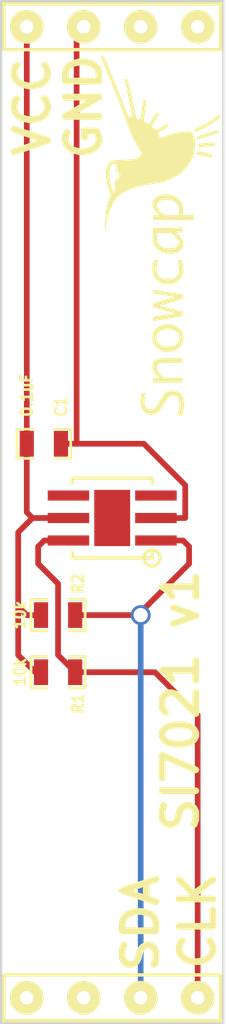
<source format=kicad_pcb>
(kicad_pcb (version 20171130) (host pcbnew "(5.1.12)-1")

  (general
    (thickness 1.6)
    (drawings 10)
    (tracks 35)
    (zones 0)
    (modules 6)
    (nets 5)
  )

  (page A3)
  (layers
    (0 F.Cu signal)
    (31 B.Cu signal)
    (32 B.Adhes user)
    (33 F.Adhes user hide)
    (34 B.Paste user)
    (35 F.Paste user)
    (36 B.SilkS user)
    (37 F.SilkS user)
    (38 B.Mask user)
    (39 F.Mask user)
    (40 Dwgs.User user)
    (41 Cmts.User user)
    (42 Eco1.User user)
    (43 Eco2.User user)
    (44 Edge.Cuts user)
  )

  (setup
    (last_trace_width 0.254)
    (user_trace_width 0.2032)
    (trace_clearance 0.254)
    (zone_clearance 0.254)
    (zone_45_only no)
    (trace_min 0.2032)
    (via_size 0.889)
    (via_drill 0.635)
    (via_min_size 0.889)
    (via_min_drill 0.508)
    (uvia_size 0.508)
    (uvia_drill 0.127)
    (uvias_allowed no)
    (uvia_min_size 0.508)
    (uvia_min_drill 0.127)
    (edge_width 0.1)
    (segment_width 0.2)
    (pcb_text_width 0.3)
    (pcb_text_size 1.5 1.5)
    (mod_edge_width 0.15)
    (mod_text_size 1 1)
    (mod_text_width 0.15)
    (pad_size 1.6 2.5)
    (pad_drill 0)
    (pad_to_mask_clearance 0)
    (aux_axis_origin 0 0)
    (visible_elements 7FFFFFFF)
    (pcbplotparams
      (layerselection 0x00030_ffffffff)
      (usegerberextensions true)
      (usegerberattributes true)
      (usegerberadvancedattributes true)
      (creategerberjobfile true)
      (excludeedgelayer true)
      (linewidth 0.150000)
      (plotframeref false)
      (viasonmask false)
      (mode 1)
      (useauxorigin false)
      (hpglpennumber 1)
      (hpglpenspeed 20)
      (hpglpendiameter 15.000000)
      (psnegative false)
      (psa4output false)
      (plotreference true)
      (plotvalue true)
      (plotinvisibletext false)
      (padsonsilk false)
      (subtractmaskfromsilk false)
      (outputformat 1)
      (mirror false)
      (drillshape 0)
      (scaleselection 1)
      (outputdirectory "gerbers/"))
  )

  (net 0 "")
  (net 1 GND)
  (net 2 N-000007)
  (net 3 N-000008)
  (net 4 VCC)

  (net_class Default "This is the default net class."
    (clearance 0.254)
    (trace_width 0.254)
    (via_dia 0.889)
    (via_drill 0.635)
    (uvia_dia 0.508)
    (uvia_drill 0.127)
    (add_net GND)
    (add_net N-000007)
    (add_net N-000008)
    (add_net VCC)
  )

  (module SM0603_Resistor (layer F.Cu) (tedit 562CD349) (tstamp 56238F22)
    (at 134.239 90.932)
    (path /56238BCC)
    (attr smd)
    (fp_text reference R1 (at 0.889 1.397 90) (layer F.SilkS)
      (effects (font (size 0.50038 0.4572) (thickness 0.1143)))
    )
    (fp_text value 10k (at -1.69926 0 90) (layer F.SilkS)
      (effects (font (size 0.508 0.4572) (thickness 0.1143)))
    )
    (fp_line (start 1.2065 0.6985) (end 0.50038 0.6985) (layer F.SilkS) (width 0.127))
    (fp_line (start 1.2065 -0.6985) (end 1.2065 0.6985) (layer F.SilkS) (width 0.127))
    (fp_line (start 1.2065 -0.6985) (end 0.50038 -0.6985) (layer F.SilkS) (width 0.127))
    (fp_line (start -1.2065 0.6985) (end -0.50038 0.6985) (layer F.SilkS) (width 0.127))
    (fp_line (start -1.2065 -0.6985) (end -1.2065 0.6985) (layer F.SilkS) (width 0.127))
    (fp_line (start -0.50038 -0.6985) (end -1.2065 -0.6985) (layer F.SilkS) (width 0.127))
    (pad 1 smd rect (at -0.762 0) (size 0.635 1.143) (layers F.Cu F.Paste F.Mask)
      (net 4 VCC))
    (pad 2 smd rect (at 0.762 0) (size 0.635 1.143) (layers F.Cu F.Paste F.Mask)
      (net 2 N-000007))
    (model smd\resistors\R0603.wrl
      (offset (xyz 0 0 0.02539999961853028))
      (scale (xyz 0.5 0.5 0.5))
      (rotate (xyz 0 0 0))
    )
  )

  (module SHIELD_I2C (layer F.Cu) (tedit 563F89E9) (tstamp 56238F5E)
    (at 136.652 83.82)
    (path /5623890D)
    (fp_text reference U1 (at 0.127 -26.035) (layer F.SilkS) hide
      (effects (font (size 1 1) (thickness 0.15)))
    )
    (fp_text value SHIELD_I2C (at 0.127 24.511) (layer F.SilkS) hide
      (effects (font (size 1 1) (thickness 0.15)))
    )
    (fp_line (start -4.826 -20.574) (end -4.826 -22.606) (layer F.SilkS) (width 0.15))
    (fp_line (start 4.826 -20.574) (end -4.826 -20.574) (layer F.SilkS) (width 0.15))
    (fp_line (start 4.826 -22.606) (end 4.826 -20.574) (layer F.SilkS) (width 0.15))
    (fp_line (start -4.826 -22.606) (end 4.826 -22.606) (layer F.SilkS) (width 0.15))
    (fp_line (start -4.826 22.606) (end -4.826 20.574) (layer F.SilkS) (width 0.15))
    (fp_line (start 4.826 22.606) (end -4.826 22.606) (layer F.SilkS) (width 0.15))
    (fp_line (start 4.826 20.574) (end 4.826 22.606) (layer F.SilkS) (width 0.15))
    (fp_line (start -4.826 20.574) (end 4.826 20.574) (layer F.SilkS) (width 0.15))
    (pad 1 thru_hole circle (at -3.81 -21.59) (size 1.5 1.5) (drill 0.6) (layers *.Cu *.Mask F.SilkS)
      (net 4 VCC))
    (pad 2 thru_hole circle (at -1.27 -21.59) (size 1.5 1.5) (drill 0.6) (layers *.Cu *.Mask F.SilkS)
      (net 1 GND))
    (pad 3 thru_hole circle (at 1.27 -21.59) (size 1.5 1.5) (drill 0.6) (layers *.Cu *.Mask F.SilkS))
    (pad 4 thru_hole circle (at 3.81 -21.59) (size 1.5 1.5) (drill 0.6) (layers *.Cu *.Mask F.SilkS))
    (pad 5 thru_hole circle (at -3.81 21.59) (size 1.5 1.5) (drill 0.6) (layers *.Cu *.Mask F.SilkS))
    (pad 6 thru_hole circle (at -1.27 21.59) (size 1.5 1.5) (drill 0.6) (layers *.Cu *.Mask F.SilkS))
    (pad 7 thru_hole circle (at 1.27 21.59) (size 1.5 1.5) (drill 0.6) (layers *.Cu *.Mask F.SilkS)
      (net 3 N-000008))
    (pad 8 thru_hole circle (at 3.81 21.59) (size 1.5 1.5) (drill 0.6) (layers *.Cu *.Mask F.SilkS)
      (net 2 N-000007))
  )

  (module SI7021 (layer F.Cu) (tedit 563F89EB) (tstamp 56238F4A)
    (at 136.652 84.074 180)
    (path /56238BBD)
    (clearance 0.1)
    (fp_text reference U2 (at -0.127 -25.908 180) (layer F.SilkS) hide
      (effects (font (size 1 1) (thickness 0.15)))
    )
    (fp_text value SI7021 (at -0.381 24.003 180) (layer F.SilkS) hide
      (effects (font (size 1 1) (thickness 0.15)))
    )
    (fp_line (start 1.778 -1.778) (end 1.778 -1.524) (layer F.SilkS) (width 0.15))
    (fp_line (start -1.778 -1.778) (end 1.778 -1.778) (layer F.SilkS) (width 0.15))
    (fp_line (start -1.778 -1.524) (end -1.778 -1.778) (layer F.SilkS) (width 0.15))
    (fp_line (start 1.778 1.778) (end 1.778 1.524) (layer F.SilkS) (width 0.15))
    (fp_line (start -1.778 1.778) (end 1.778 1.778) (layer F.SilkS) (width 0.15))
    (fp_line (start -1.778 1.524) (end -1.778 1.778) (layer F.SilkS) (width 0.15))
    (fp_circle (center -1.778 -1.778) (end -2.032 -2.032) (layer F.SilkS) (width 0.15))
    (pad 1 smd rect (at -1.95 -1 180) (size 1.85 0.45) (layers F.Cu F.Paste F.Mask)
      (net 3 N-000008))
    (pad 2 smd rect (at -1.95 0 180) (size 1.85 0.45) (layers F.Cu F.Paste F.Mask)
      (net 1 GND))
    (pad 3 smd rect (at -1.95 1 180) (size 1.85 0.45) (layers F.Cu F.Paste F.Mask))
    (pad 4 smd rect (at 1.95 1 180) (size 1.85 0.45) (layers F.Cu F.Paste F.Mask))
    (pad 5 smd rect (at 1.95 0 180) (size 1.85 0.45) (layers F.Cu F.Paste F.Mask)
      (net 4 VCC))
    (pad 6 smd rect (at 1.95 -1 180) (size 1.85 0.45) (layers F.Cu F.Paste F.Mask)
      (net 2 N-000007))
    (pad 7 smd rect (at 0 0 180) (size 1.6 2.5) (layers F.Cu F.Paste F.Mask))
  )

  (module SM0603_Resistor (layer F.Cu) (tedit 562CD346) (tstamp 562CD306)
    (at 134.239 88.392)
    (path /56238BDB)
    (attr smd)
    (fp_text reference R2 (at 0.889 -1.397 90) (layer F.SilkS)
      (effects (font (size 0.50038 0.4572) (thickness 0.1143)))
    )
    (fp_text value 10k (at -1.69926 0 90) (layer F.SilkS)
      (effects (font (size 0.508 0.4572) (thickness 0.1143)))
    )
    (fp_line (start 1.2065 0.6985) (end 0.50038 0.6985) (layer F.SilkS) (width 0.127))
    (fp_line (start 1.2065 -0.6985) (end 1.2065 0.6985) (layer F.SilkS) (width 0.127))
    (fp_line (start 1.2065 -0.6985) (end 0.50038 -0.6985) (layer F.SilkS) (width 0.127))
    (fp_line (start -1.2065 0.6985) (end -0.50038 0.6985) (layer F.SilkS) (width 0.127))
    (fp_line (start -1.2065 -0.6985) (end -1.2065 0.6985) (layer F.SilkS) (width 0.127))
    (fp_line (start -0.50038 -0.6985) (end -1.2065 -0.6985) (layer F.SilkS) (width 0.127))
    (pad 1 smd rect (at -0.762 0) (size 0.635 1.143) (layers F.Cu F.Paste F.Mask)
      (net 4 VCC))
    (pad 2 smd rect (at 0.762 0) (size 0.635 1.143) (layers F.Cu F.Paste F.Mask)
      (net 3 N-000008))
    (model smd\resistors\R0603.wrl
      (offset (xyz 0 0 0.02539999961853028))
      (scale (xyz 0.5 0.5 0.5))
      (rotate (xyz 0 0 0))
    )
  )

  (module SM0603_Capa (layer F.Cu) (tedit 562CD4CC) (tstamp 562CD312)
    (at 133.604 80.772)
    (path /56238BF4)
    (attr smd)
    (fp_text reference C1 (at 0.762 -1.651 90) (layer F.SilkS)
      (effects (font (size 0.508 0.4572) (thickness 0.1143)))
    )
    (fp_text value 0.1uF (at -0.762 -2.159 90) (layer F.SilkS)
      (effects (font (size 0.508 0.4572) (thickness 0.1143)))
    )
    (fp_line (start -1.19888 0.635) (end -1.19888 -0.635) (layer F.SilkS) (width 0.11938))
    (fp_line (start 1.19888 -0.635) (end 1.19888 0.635) (layer F.SilkS) (width 0.11938))
    (fp_line (start -1.19888 -0.65024) (end -0.50038 -0.65024) (layer F.SilkS) (width 0.11938))
    (fp_line (start 0.50038 -0.65024) (end 1.19888 -0.65024) (layer F.SilkS) (width 0.11938))
    (fp_line (start -0.50038 0.65024) (end -1.19888 0.65024) (layer F.SilkS) (width 0.11938))
    (fp_line (start 0.50038 0.65024) (end 1.19888 0.65024) (layer F.SilkS) (width 0.11938))
    (pad 1 smd rect (at -0.762 0) (size 0.635 1.143) (layers F.Cu F.Paste F.Mask)
      (net 4 VCC))
    (pad 2 smd rect (at 0.762 0) (size 0.635 1.143) (layers F.Cu F.Paste F.Mask)
      (net 1 GND))
    (model smd\capacitors\C0603.wrl
      (offset (xyz 0 0 0.02539999961853028))
      (scale (xyz 0.5 0.5 0.5))
      (rotate (xyz 0 0 0))
    )
  )

  (module LOGO_SNOWCAP_FRONT (layer F.Cu) (tedit 5493CD74) (tstamp 562CD41C)
    (at 138.811 71.501 90)
    (fp_text reference Noname_1 (at 0 0 90) (layer F.SilkS) hide
      (effects (font (size 1.524 1.524) (thickness 0.3048)))
    )
    (fp_text value "" (at 0 0 90) (layer F.SilkS) hide
      (effects (font (size 1.524 1.524) (thickness 0.3048)))
    )
    (fp_poly (pts (xy -2.41808 -0.3302) (xy -2.41808 -0.32258) (xy -2.42316 -0.29972) (xy -2.42824 -0.26162)
      (xy -2.43586 -0.21336) (xy -2.44602 -0.1524) (xy -2.45618 -0.08382) (xy -2.46888 -0.00508)
      (xy -2.48412 0.08128) (xy -2.49936 0.17526) (xy -2.5146 0.27432) (xy -2.52222 0.3302)
      (xy -2.6289 0.98552) (xy -2.73304 0.98298) (xy -2.83464 0.98044) (xy -2.96164 0.55626)
      (xy -2.98704 0.47244) (xy -3.0099 0.3937) (xy -3.03276 0.3175) (xy -3.05308 0.24384)
      (xy -3.07086 0.18034) (xy -3.0861 0.127) (xy -3.09626 0.08128) (xy -3.10642 0.0508)
      (xy -3.10642 0.04318) (xy -3.11404 0.00762) (xy -3.12166 -0.02286) (xy -3.12674 -0.04064)
      (xy -3.12928 -0.04826) (xy -3.13436 -0.04064) (xy -3.13944 -0.02032) (xy -3.14452 0.00762)
      (xy -3.15214 0.04318) (xy -3.15722 0.06604) (xy -3.16738 0.10668) (xy -3.17754 0.15748)
      (xy -3.19278 0.2159) (xy -3.21056 0.28702) (xy -3.22834 0.36068) (xy -3.24866 0.44196)
      (xy -3.27152 0.52324) (xy -3.27914 0.5588) (xy -3.38836 0.98552) (xy -3.49504 0.98552)
      (xy -3.53822 0.98552) (xy -3.5687 0.98298) (xy -3.58648 0.98298) (xy -3.59918 0.98044)
      (xy -3.60426 0.97536) (xy -3.6068 0.96774) (xy -3.6068 0.95504) (xy -3.61188 0.92964)
      (xy -3.6195 0.89154) (xy -3.62712 0.84074) (xy -3.63728 0.77978) (xy -3.64744 0.70866)
      (xy -3.66268 0.62992) (xy -3.67538 0.54356) (xy -3.69062 0.45212) (xy -3.70586 0.35306)
      (xy -3.71094 0.32766) (xy -3.72618 0.23114) (xy -3.74142 0.13716) (xy -3.75666 0.04826)
      (xy -3.76936 -0.03302) (xy -3.78206 -0.10668) (xy -3.79222 -0.17272) (xy -3.79984 -0.22606)
      (xy -3.80746 -0.26924) (xy -3.81254 -0.29718) (xy -3.81508 -0.31242) (xy -3.81508 -0.31496)
      (xy -3.82016 -0.33528) (xy -3.71856 -0.33528) (xy -3.67284 -0.33528) (xy -3.64236 -0.33528)
      (xy -3.62204 -0.3302) (xy -3.61442 -0.32766) (xy -3.61442 -0.32512) (xy -3.61188 -0.3175)
      (xy -3.60934 -0.2921) (xy -3.60172 -0.25654) (xy -3.5941 -0.20828) (xy -3.58648 -0.14986)
      (xy -3.57632 -0.08636) (xy -3.56362 -0.0127) (xy -3.55092 0.0635) (xy -3.55092 0.07112)
      (xy -3.5306 0.19304) (xy -3.51536 0.30226) (xy -3.50012 0.3937) (xy -3.48742 0.4699)
      (xy -3.47726 0.53086) (xy -3.46964 0.57912) (xy -3.46202 0.61214) (xy -3.45694 0.63246)
      (xy -3.45694 0.63754) (xy -3.4544 0.63246) (xy -3.44932 0.61214) (xy -3.44424 0.5842)
      (xy -3.43916 0.5588) (xy -3.43408 0.5334) (xy -3.42646 0.49784) (xy -3.41376 0.44704)
      (xy -3.40106 0.38862) (xy -3.38328 0.32004) (xy -3.3655 0.24638) (xy -3.34518 0.17018)
      (xy -3.32486 0.0889) (xy -3.31978 0.07112) (xy -3.2131 -0.33274) (xy -3.11404 -0.33274)
      (xy -3.01498 -0.33274) (xy -2.90068 0.05588) (xy -2.87782 0.13462) (xy -2.85496 0.21336)
      (xy -2.8321 0.28956) (xy -2.81178 0.35814) (xy -2.79654 0.42164) (xy -2.7813 0.47498)
      (xy -2.77114 0.51562) (xy -2.76352 0.54356) (xy -2.75336 0.58674) (xy -2.74574 0.61214)
      (xy -2.74066 0.62738) (xy -2.73558 0.62738) (xy -2.73558 0.62484) (xy -2.73304 0.61214)
      (xy -2.72796 0.5842) (xy -2.72288 0.5461) (xy -2.71526 0.50038) (xy -2.70764 0.44958)
      (xy -2.70256 0.41656) (xy -2.6924 0.36068) (xy -2.68224 0.2921) (xy -2.66954 0.2159)
      (xy -2.65684 0.13462) (xy -2.64414 0.05334) (xy -2.63398 -0.0254) (xy -2.6289 -0.04826)
      (xy -2.61874 -0.11176) (xy -2.60858 -0.17272) (xy -2.60096 -0.22352) (xy -2.59588 -0.26924)
      (xy -2.5908 -0.30226) (xy -2.58572 -0.32258) (xy -2.58572 -0.3302) (xy -2.5781 -0.33274)
      (xy -2.56032 -0.33528) (xy -2.53238 -0.33528) (xy -2.5019 -0.33528) (xy -2.46888 -0.33528)
      (xy -2.44348 -0.33528) (xy -2.42316 -0.33274) (xy -2.41808 -0.3302)) (layer F.SilkS) (width 0.00254))
    (fp_poly (pts (xy -5.45846 0.98552) (xy -5.56768 0.98552) (xy -5.67436 0.98552) (xy -5.6769 0.51054)
      (xy -5.67944 0.39624) (xy -5.67944 0.29464) (xy -5.68198 0.20828) (xy -5.68452 0.13462)
      (xy -5.68452 0.0762) (xy -5.68706 0.03302) (xy -5.6896 0.00508) (xy -5.69214 -0.00508)
      (xy -5.70992 -0.05842) (xy -5.7404 -0.1016) (xy -5.7785 -0.13716) (xy -5.82422 -0.16002)
      (xy -5.85978 -0.16764) (xy -5.91312 -0.1651) (xy -5.969 -0.14732) (xy -6.02996 -0.11938)
      (xy -6.09092 -0.08128) (xy -6.14934 -0.03048) (xy -6.20776 0.0254) (xy -6.2611 0.09144)
      (xy -6.30936 0.16256) (xy -6.3119 0.16764) (xy -6.33984 0.2159) (xy -6.33984 0.59944)
      (xy -6.33984 0.98552) (xy -6.44906 0.98552) (xy -6.55574 0.98552) (xy -6.55574 0.32512)
      (xy -6.55574 -0.33528) (xy -6.44906 -0.33528) (xy -6.33984 -0.33528) (xy -6.33984 -0.19304)
      (xy -6.33984 -0.05334) (xy -6.31698 -0.07874) (xy -6.28396 -0.12446) (xy -6.25602 -0.15748)
      (xy -6.23062 -0.18542) (xy -6.20522 -0.20828) (xy -6.17982 -0.23368) (xy -6.17728 -0.23368)
      (xy -6.10362 -0.28702) (xy -6.02488 -0.32766) (xy -5.94614 -0.3556) (xy -5.8674 -0.3683)
      (xy -5.7912 -0.36576) (xy -5.71754 -0.34798) (xy -5.64642 -0.31496) (xy -5.63118 -0.3048)
      (xy -5.58292 -0.27178) (xy -5.54736 -0.23114) (xy -5.51688 -0.18542) (xy -5.49656 -0.13208)
      (xy -5.47878 -0.06858) (xy -5.46862 0.00762) (xy -5.46862 0.02032) (xy -5.46608 0.04572)
      (xy -5.46608 0.08382) (xy -5.46354 0.13462) (xy -5.461 0.19812) (xy -5.461 0.2667)
      (xy -5.461 0.34544) (xy -5.461 0.42672) (xy -5.461 0.51054) (xy -5.461 0.5461)
      (xy -5.45846 0.98552)) (layer F.SilkS) (width 0.00254))
    (fp_poly (pts (xy 0.37338 0.97536) (xy 0.37084 0.98044) (xy 0.35814 0.98298) (xy 0.34036 0.98298)
      (xy 0.30734 0.98552) (xy 0.26416 0.98552) (xy 0.26162 0.98552) (xy 0.14732 0.98552)
      (xy 0.13208 0.9017) (xy 0.127 0.85852) (xy 0.11938 0.8128) (xy 0.11684 0.77216)
      (xy 0.1143 0.75946) (xy 0.11176 0.72898) (xy 0.10922 0.70612) (xy 0.10668 0.69596)
      (xy 0.10414 0.69596) (xy 0.10414 0.43688) (xy 0.1016 0.14986) (xy 0.09906 -0.1397)
      (xy 0.05588 -0.14986) (xy 0.02794 -0.15494) (xy -0.00762 -0.16002) (xy -0.0508 -0.16256)
      (xy -0.07112 -0.1651) (xy -0.15494 -0.1651) (xy -0.2286 -0.1524) (xy -0.29464 -0.12954)
      (xy -0.35814 -0.09144) (xy -0.4191 -0.0381) (xy -0.42418 -0.03302) (xy -0.47244 0.02286)
      (xy -0.51308 0.08382) (xy -0.54102 0.1524) (xy -0.56134 0.22098) (xy -0.5715 0.26924)
      (xy -0.57658 0.32766) (xy -0.57912 0.38862) (xy -0.58166 0.45212) (xy -0.57658 0.51054)
      (xy -0.5715 0.5588) (xy -0.56642 0.58166) (xy -0.54102 0.65532) (xy -0.50546 0.71628)
      (xy -0.46228 0.762) (xy -0.42926 0.78486) (xy -0.381 0.80518) (xy -0.32512 0.80772)
      (xy -0.26924 0.79756) (xy -0.24892 0.78994) (xy -0.21336 0.7747) (xy -0.18034 0.75438)
      (xy -0.1651 0.74422) (xy -0.12446 0.71374) (xy -0.07874 0.6731) (xy -0.03302 0.62484)
      (xy 0.00762 0.57404) (xy 0.04572 0.52578) (xy 0.05334 0.51308) (xy 0.10414 0.43688)
      (xy 0.10414 0.69596) (xy 0.09906 0.70358) (xy 0.08636 0.71882) (xy 0.0762 0.73406)
      (xy 0.04572 0.77724) (xy 0.00508 0.82042) (xy -0.0381 0.8636) (xy -0.08382 0.9017)
      (xy -0.10414 0.91694) (xy -0.18796 0.9652) (xy -0.2667 0.99822) (xy -0.34544 1.016)
      (xy -0.42418 1.01854) (xy -0.4445 1.016) (xy -0.51054 1.00076) (xy -0.57404 0.97028)
      (xy -0.635 0.92964) (xy -0.69088 0.8763) (xy -0.7366 0.81534) (xy -0.76708 0.75946)
      (xy -0.77724 0.73152) (xy -0.78994 0.69342) (xy -0.8001 0.65278) (xy -0.8001 0.6477)
      (xy -0.81788 0.53848) (xy -0.82042 0.42672) (xy -0.8128 0.3175) (xy -0.79248 0.21082)
      (xy -0.762 0.10922) (xy -0.72136 0.0127) (xy -0.67056 -0.07366) (xy -0.6096 -0.14986)
      (xy -0.53848 -0.2159) (xy -0.52578 -0.22606) (xy -0.47244 -0.26416) (xy -0.4191 -0.29464)
      (xy -0.36322 -0.3175) (xy -0.32258 -0.3302) (xy -0.29718 -0.33528) (xy -0.27178 -0.34036)
      (xy -0.23876 -0.3429) (xy -0.2032 -0.34544) (xy -0.15748 -0.34798) (xy -0.1016 -0.34798)
      (xy -0.0381 -0.34544) (xy 0.04064 -0.34544) (xy 0.13208 -0.34036) (xy 0.14478 -0.34036)
      (xy 0.32766 -0.33528) (xy 0.32766 0.18034) (xy 0.32766 0.30226) (xy 0.32766 0.4064)
      (xy 0.3302 0.50038) (xy 0.3302 0.57912) (xy 0.33274 0.65024) (xy 0.33528 0.70866)
      (xy 0.33782 0.75946) (xy 0.34036 0.80518) (xy 0.34544 0.84328) (xy 0.35052 0.8763)
      (xy 0.3556 0.90932) (xy 0.36322 0.93726) (xy 0.37084 0.9652) (xy 0.37338 0.97028)
      (xy 0.37338 0.97536)) (layer F.SilkS) (width 0.00254))
    (fp_poly (pts (xy -1.09728 0.94488) (xy -1.1176 0.9525) (xy -1.13284 0.95758) (xy -1.16078 0.9652)
      (xy -1.19634 0.97536) (xy -1.21412 0.98044) (xy -1.33096 1.0033) (xy -1.44272 1.016)
      (xy -1.5494 1.01854) (xy -1.60274 1.016) (xy -1.67386 1.0033) (xy -1.75006 0.98298)
      (xy -1.82118 0.95504) (xy -1.87452 0.9271) (xy -1.94564 0.87884) (xy -2.00914 0.81788)
      (xy -2.06756 0.7493) (xy -2.11582 0.67564) (xy -2.12344 0.6604) (xy -2.159 0.57404)
      (xy -2.18186 0.48006) (xy -2.19456 0.38354) (xy -2.19456 0.28448) (xy -2.1844 0.18796)
      (xy -2.16408 0.09398) (xy -2.13106 0.01016) (xy -2.12852 0.00508) (xy -2.07772 -0.08128)
      (xy -2.01422 -0.15748) (xy -1.9431 -0.22606) (xy -1.86182 -0.28194) (xy -1.778 -0.32512)
      (xy -1.69926 -0.34798) (xy -1.61036 -0.36322) (xy -1.5113 -0.3683) (xy -1.40716 -0.36068)
      (xy -1.29794 -0.34544) (xy -1.18618 -0.32004) (xy -1.1557 -0.31242) (xy -1.09728 -0.29464)
      (xy -1.09728 -0.1905) (xy -1.09728 -0.14732) (xy -1.09728 -0.11938) (xy -1.09982 -0.1016)
      (xy -1.10236 -0.09144) (xy -1.10744 -0.0889) (xy -1.10998 -0.09144) (xy -1.12268 -0.09398)
      (xy -1.14808 -0.10414) (xy -1.1811 -0.1143) (xy -1.21412 -0.127) (xy -1.2573 -0.14224)
      (xy -1.30048 -0.15494) (xy -1.34112 -0.16764) (xy -1.36398 -0.17272) (xy -1.41478 -0.18034)
      (xy -1.4732 -0.18288) (xy -1.53162 -0.18288) (xy -1.58496 -0.18034) (xy -1.62814 -0.17272)
      (xy -1.70434 -0.14478) (xy -1.77038 -0.10414) (xy -1.8288 -0.0508) (xy -1.87706 0.0127)
      (xy -1.91262 0.08382) (xy -1.94056 0.16764) (xy -1.95326 0.25654) (xy -1.9558 0.31496)
      (xy -1.95326 0.38608) (xy -1.9431 0.4445) (xy -1.92786 0.50546) (xy -1.90246 0.56388)
      (xy -1.85928 0.64008) (xy -1.81102 0.70104) (xy -1.75514 0.7493) (xy -1.6891 0.78486)
      (xy -1.66624 0.79502) (xy -1.63322 0.80264) (xy -1.59004 0.81026) (xy -1.5367 0.8128)
      (xy -1.48336 0.81534) (xy -1.43002 0.81534) (xy -1.38176 0.8128) (xy -1.3589 0.81026)
      (xy -1.33096 0.80264) (xy -1.2954 0.79502) (xy -1.25222 0.78232) (xy -1.2065 0.76962)
      (xy -1.16332 0.75692) (xy -1.1303 0.74676) (xy -1.10998 0.73914) (xy -1.1049 0.73914)
      (xy -1.09982 0.74422) (xy -1.09728 0.75692) (xy -1.09728 0.77978) (xy -1.09728 0.81534)
      (xy -1.09728 0.84074) (xy -1.09728 0.94488)) (layer F.SilkS) (width 0.00254))
    (fp_poly (pts (xy -3.9497 0.381) (xy -3.95478 0.45466) (xy -3.96494 0.52324) (xy -3.98018 0.5842)
      (xy -4.00304 0.64516) (xy -4.0513 0.7366) (xy -4.10972 0.81788) (xy -4.1783 0.88392)
      (xy -4.18338 0.889) (xy -4.18338 0.31242) (xy -4.18846 0.21844) (xy -4.2037 0.13208)
      (xy -4.2291 0.0508) (xy -4.26466 -0.01778) (xy -4.3053 -0.07112) (xy -4.3561 -0.11938)
      (xy -4.40944 -0.1524) (xy -4.47294 -0.17526) (xy -4.54152 -0.18288) (xy -4.58724 -0.18288)
      (xy -4.62534 -0.18034) (xy -4.65582 -0.17526) (xy -4.68122 -0.17018) (xy -4.7117 -0.15748)
      (xy -4.71678 -0.15494) (xy -4.78028 -0.11684) (xy -4.83362 -0.06604) (xy -4.8768 -0.00254)
      (xy -4.91236 0.0762) (xy -4.92506 0.11684) (xy -4.93268 0.14224) (xy -4.93776 0.1651)
      (xy -4.9403 0.1905) (xy -4.94284 0.22352) (xy -4.94284 0.26162) (xy -4.94284 0.31496)
      (xy -4.94284 0.32512) (xy -4.94284 0.38862) (xy -4.9403 0.44196) (xy -4.93522 0.48768)
      (xy -4.9276 0.52578) (xy -4.9149 0.56388) (xy -4.89966 0.60198) (xy -4.88696 0.63246)
      (xy -4.84378 0.6985) (xy -4.79552 0.75438) (xy -4.7371 0.79502) (xy -4.67106 0.82296)
      (xy -4.59994 0.83566) (xy -4.52374 0.83566) (xy -4.50342 0.83312) (xy -4.43484 0.8128)
      (xy -4.37134 0.77978) (xy -4.31546 0.73406) (xy -4.26974 0.67564) (xy -4.23418 0.60706)
      (xy -4.20624 0.52324) (xy -4.18846 0.4318) (xy -4.18592 0.40894) (xy -4.18338 0.31242)
      (xy -4.18338 0.889) (xy -4.2545 0.9398) (xy -4.33832 0.98044) (xy -4.42976 1.00838)
      (xy -4.52628 1.02108) (xy -4.62026 1.01854) (xy -4.71678 1.0033) (xy -4.80568 0.97536)
      (xy -4.8895 0.93218) (xy -4.96316 0.8763) (xy -5.0292 0.81026) (xy -5.08508 0.73152)
      (xy -5.12826 0.64008) (xy -5.16128 0.54356) (xy -5.1689 0.51562) (xy -5.17398 0.48768)
      (xy -5.17906 0.45974) (xy -5.1816 0.42672) (xy -5.1816 0.38862) (xy -5.1816 0.33528)
      (xy -5.1816 0.32766) (xy -5.1816 0.27432) (xy -5.1816 0.23114) (xy -5.17906 0.19558)
      (xy -5.17652 0.16764) (xy -5.17144 0.1397) (xy -5.16636 0.11684) (xy -5.13334 0.02286)
      (xy -5.09016 -0.06604) (xy -5.03682 -0.14732) (xy -4.97332 -0.2159) (xy -4.90474 -0.27432)
      (xy -4.8895 -0.28448) (xy -4.82346 -0.32004) (xy -4.75234 -0.34544) (xy -4.67614 -0.36068)
      (xy -4.58978 -0.3683) (xy -4.53644 -0.36576) (xy -4.45516 -0.36068) (xy -4.38658 -0.34798)
      (xy -4.32308 -0.32766) (xy -4.26466 -0.29718) (xy -4.25196 -0.28956) (xy -4.191 -0.24638)
      (xy -4.13004 -0.1905) (xy -4.0767 -0.12446) (xy -4.03098 -0.05588) (xy -4.0005 0.0127)
      (xy -3.98272 0.06096) (xy -3.97002 0.1016) (xy -3.95986 0.14224) (xy -3.95478 0.18288)
      (xy -3.95224 0.23368) (xy -3.9497 0.29464) (xy -3.9497 0.29718) (xy -3.9497 0.381)) (layer F.SilkS) (width 0.00254))
    (fp_poly (pts (xy -6.89102 0.50292) (xy -6.89356 0.58674) (xy -6.91134 0.66802) (xy -6.93674 0.74168)
      (xy -6.97992 0.81534) (xy -7.03834 0.87884) (xy -7.10438 0.93472) (xy -7.18312 0.9779)
      (xy -7.27456 1.00838) (xy -7.32028 1.02108) (xy -7.36092 1.02616) (xy -7.41426 1.03124)
      (xy -7.47268 1.03632) (xy -7.53364 1.03632) (xy -7.59206 1.03632) (xy -7.64286 1.03632)
      (xy -7.68096 1.03124) (xy -7.74954 1.02108) (xy -7.82574 1.0033) (xy -7.90448 0.98044)
      (xy -7.93496 0.97028) (xy -8.001 0.94742) (xy -8.00354 0.83312) (xy -8.00608 0.72136)
      (xy -7.93242 0.75438) (xy -7.85114 0.78486) (xy -7.76224 0.8128) (xy -7.67588 0.83312)
      (xy -7.5946 0.84836) (xy -7.5184 0.85598) (xy -7.49808 0.85598) (xy -7.43712 0.8509)
      (xy -7.37362 0.8382) (xy -7.3152 0.82042) (xy -7.26186 0.79502) (xy -7.22122 0.76708)
      (xy -7.21614 0.762) (xy -7.1755 0.71628) (xy -7.14756 0.6604) (xy -7.12978 0.59944)
      (xy -7.12724 0.53848) (xy -7.12724 0.5334) (xy -7.13486 0.49276) (xy -7.14756 0.45212)
      (xy -7.16788 0.41402) (xy -7.19328 0.37592) (xy -7.23138 0.34036) (xy -7.2771 0.29972)
      (xy -7.33298 0.25908) (xy -7.40156 0.21336) (xy -7.48538 0.16256) (xy -7.54634 0.127)
      (xy -7.61238 0.0889) (xy -7.66572 0.05588) (xy -7.71144 0.02794) (xy -7.747 0.00254)
      (xy -7.78002 -0.02032) (xy -7.80796 -0.04572) (xy -7.8359 -0.07112) (xy -7.83844 -0.0762)
      (xy -7.8994 -0.14478) (xy -7.94258 -0.21844) (xy -7.97052 -0.29718) (xy -7.98322 -0.37846)
      (xy -7.98322 -0.41148) (xy -7.97814 -0.50038) (xy -7.95782 -0.57912) (xy -7.92734 -0.65024)
      (xy -7.88162 -0.71628) (xy -7.85114 -0.74676) (xy -7.7978 -0.79248) (xy -7.74446 -0.83058)
      (xy -7.68096 -0.85852) (xy -7.61238 -0.87884) (xy -7.52856 -0.89154) (xy -7.48538 -0.89662)
      (xy -7.42188 -0.9017) (xy -7.35076 -0.89916) (xy -7.2771 -0.89408) (xy -7.20344 -0.88646)
      (xy -7.13486 -0.8763) (xy -7.07644 -0.8636) (xy -7.0358 -0.84836) (xy -7.01294 -0.84074)
      (xy -7.01294 -0.74676) (xy -7.01294 -0.70866) (xy -7.01294 -0.67818) (xy -7.01548 -0.65532)
      (xy -7.01548 -0.6477) (xy -7.02564 -0.6477) (xy -7.04596 -0.65278) (xy -7.0739 -0.6604)
      (xy -7.08914 -0.66548) (xy -7.19328 -0.69342) (xy -7.3025 -0.7112) (xy -7.36092 -0.71628)
      (xy -7.44982 -0.71628) (xy -7.52602 -0.70358) (xy -7.5946 -0.67818) (xy -7.65302 -0.63754)
      (xy -7.67588 -0.61976) (xy -7.7089 -0.58166) (xy -7.72922 -0.54102) (xy -7.74192 -0.4953)
      (xy -7.74446 -0.43942) (xy -7.74446 -0.40386) (xy -7.73938 -0.3683) (xy -7.72922 -0.33782)
      (xy -7.71398 -0.30734) (xy -7.69366 -0.27686) (xy -7.66572 -0.24638) (xy -7.62762 -0.2159)
      (xy -7.57936 -0.18034) (xy -7.52094 -0.1397) (xy -7.45236 -0.09652) (xy -7.36854 -0.04572)
      (xy -7.34568 -0.03302) (xy -7.26694 0.01524) (xy -7.20344 0.05334) (xy -7.1501 0.0889)
      (xy -7.10692 0.12192) (xy -7.06882 0.14986) (xy -7.03834 0.1778) (xy -7.01294 0.20574)
      (xy -6.99008 0.23368) (xy -6.96722 0.2667) (xy -6.96214 0.27432) (xy -6.92658 0.34544)
      (xy -6.90118 0.42164) (xy -6.89102 0.50292)) (layer F.SilkS) (width 0.00254))
    (fp_poly (pts (xy 1.82118 0.20066) (xy 1.8161 0.31242) (xy 1.80086 0.41402) (xy 1.778 0.508)
      (xy 1.74244 0.5969) (xy 1.73228 0.61976) (xy 1.6764 0.71628) (xy 1.61036 0.8001)
      (xy 1.58242 0.82804) (xy 1.58242 0.27178) (xy 1.58242 0.18288) (xy 1.57226 0.1016)
      (xy 1.55448 0.02794) (xy 1.52654 -0.03302) (xy 1.49352 -0.08382) (xy 1.45288 -0.12192)
      (xy 1.40462 -0.14732) (xy 1.35636 -0.15748) (xy 1.30302 -0.15494) (xy 1.24714 -0.13716)
      (xy 1.18872 -0.10668) (xy 1.12776 -0.06604) (xy 1.06934 -0.0127) (xy 1.01092 0.0508)
      (xy 0.95504 0.12446) (xy 0.94742 0.13716) (xy 0.89662 0.21336) (xy 0.89662 0.50292)
      (xy 0.89662 0.78994) (xy 0.95758 0.80264) (xy 1.00838 0.81026) (xy 1.06426 0.81534)
      (xy 1.12014 0.81534) (xy 1.17094 0.8128) (xy 1.21158 0.80772) (xy 1.22428 0.80518)
      (xy 1.28016 0.7874) (xy 1.32842 0.762) (xy 1.37668 0.72644) (xy 1.4224 0.6858)
      (xy 1.4732 0.62484) (xy 1.51638 0.56134) (xy 1.54686 0.49022) (xy 1.56718 0.40894)
      (xy 1.57988 0.3175) (xy 1.58242 0.27178) (xy 1.58242 0.82804) (xy 1.53924 0.86868)
      (xy 1.4605 0.92202) (xy 1.37414 0.9652) (xy 1.28016 0.9906) (xy 1.27 0.99314)
      (xy 1.24206 0.99568) (xy 1.20396 0.99822) (xy 1.1557 0.99822) (xy 1.1049 0.99822)
      (xy 1.05156 0.99822) (xy 1.0033 0.99568) (xy 0.96012 0.99314) (xy 0.92964 0.98806)
      (xy 0.91948 0.98806) (xy 0.89662 0.98298) (xy 0.89662 1.23952) (xy 0.89662 1.49606)
      (xy 0.78486 1.49606) (xy 0.6731 1.49606) (xy 0.6731 0.57912) (xy 0.6731 -0.33782)
      (xy 0.78232 -0.33528) (xy 0.89154 -0.33274) (xy 0.89408 -0.1905) (xy 0.89662 -0.04826)
      (xy 0.94742 -0.1143) (xy 1.016 -0.19304) (xy 1.09474 -0.25908) (xy 1.17602 -0.30734)
      (xy 1.23698 -0.33528) (xy 1.29286 -0.3556) (xy 1.3462 -0.36576) (xy 1.40208 -0.36576)
      (xy 1.41986 -0.36576) (xy 1.4859 -0.35814) (xy 1.54432 -0.33528) (xy 1.60274 -0.30226)
      (xy 1.66116 -0.254) (xy 1.6637 -0.25146) (xy 1.69672 -0.22098) (xy 1.71958 -0.1905)
      (xy 1.74244 -0.15494) (xy 1.75768 -0.12446) (xy 1.78054 -0.06858) (xy 1.79832 -0.01524)
      (xy 1.81102 0.04318) (xy 1.81864 0.10922) (xy 1.82118 0.18796) (xy 1.82118 0.20066)) (layer F.SilkS) (width 0.00254))
    (fp_poly (pts (xy 7.99592 -2.58572) (xy 7.99084 -2.55778) (xy 7.9756 -2.53238) (xy 7.97306 -2.52984)
      (xy 7.96036 -2.52222) (xy 7.93496 -2.51206) (xy 7.8994 -2.49428) (xy 7.85622 -2.4765)
      (xy 7.8105 -2.45618) (xy 7.7978 -2.4511) (xy 7.76224 -2.43586) (xy 7.71398 -2.41554)
      (xy 7.65556 -2.39268) (xy 7.58444 -2.3622) (xy 7.50824 -2.33172) (xy 7.42696 -2.2987)
      (xy 7.3406 -2.2606) (xy 7.2517 -2.22504) (xy 7.16026 -2.18694) (xy 7.14502 -2.18186)
      (xy 6.96976 -2.11074) (xy 6.79196 -2.03708) (xy 6.60908 -1.96088) (xy 6.4262 -1.88722)
      (xy 6.24586 -1.8161) (xy 6.0706 -1.74498) (xy 5.90042 -1.67894) (xy 5.7404 -1.61544)
      (xy 5.59308 -1.55956) (xy 5.5753 -1.55194) (xy 5.51434 -1.52908) (xy 5.461 -1.50876)
      (xy 5.4102 -1.48844) (xy 5.36956 -1.4732) (xy 5.33654 -1.4605) (xy 5.31622 -1.45288)
      (xy 5.31114 -1.45034) (xy 5.30352 -1.44526) (xy 5.29844 -1.4351) (xy 5.29336 -1.41478)
      (xy 5.28828 -1.38684) (xy 5.28066 -1.34874) (xy 5.27558 -1.31318) (xy 5.27304 -1.2827)
      (xy 5.2705 -1.25984) (xy 5.2705 -1.25222) (xy 5.27812 -1.25476) (xy 5.30098 -1.25984)
      (xy 5.33654 -1.26746) (xy 5.3848 -1.27762) (xy 5.44576 -1.29032) (xy 5.51434 -1.30556)
      (xy 5.59562 -1.3208) (xy 5.68198 -1.34112) (xy 5.7785 -1.36144) (xy 5.8801 -1.3843)
      (xy 5.98678 -1.40716) (xy 6.06044 -1.4224) (xy 6.16966 -1.44526) (xy 6.27634 -1.46812)
      (xy 6.37794 -1.49098) (xy 6.47446 -1.5113) (xy 6.56082 -1.52908) (xy 6.6421 -1.54686)
      (xy 6.71068 -1.55956) (xy 6.77164 -1.57226) (xy 6.8199 -1.58242) (xy 6.85546 -1.59004)
      (xy 6.87578 -1.59258) (xy 6.88086 -1.59258) (xy 6.91642 -1.5875) (xy 6.93928 -1.56718)
      (xy 6.95452 -1.54178) (xy 6.95706 -1.52146) (xy 6.95198 -1.49098) (xy 6.9342 -1.46812)
      (xy 6.91642 -1.45796) (xy 6.90626 -1.45288) (xy 6.88086 -1.4478) (xy 6.84276 -1.43764)
      (xy 6.79196 -1.42748) (xy 6.72846 -1.41224) (xy 6.65734 -1.397) (xy 6.57352 -1.37668)
      (xy 6.48208 -1.35636) (xy 6.38556 -1.33604) (xy 6.28142 -1.31318) (xy 6.1722 -1.29032)
      (xy 6.06044 -1.26492) (xy 5.22732 -1.08458) (xy 5.19938 -1.00584) (xy 5.18414 -0.96266)
      (xy 5.17398 -0.93218) (xy 5.16636 -0.9144) (xy 5.16382 -0.90424) (xy 5.16636 -0.89916)
      (xy 5.1689 -0.89662) (xy 5.17144 -0.89662) (xy 5.18414 -0.89662) (xy 5.21208 -0.89154)
      (xy 5.25018 -0.88646) (xy 5.29844 -0.88138) (xy 5.35686 -0.87376) (xy 5.42036 -0.86614)
      (xy 5.4864 -0.85598) (xy 5.55752 -0.84582) (xy 5.62864 -0.8382) (xy 5.69722 -0.82804)
      (xy 5.76326 -0.81788) (xy 5.82422 -0.81026) (xy 5.8801 -0.8001) (xy 5.92582 -0.79502)
      (xy 5.95884 -0.78994) (xy 5.9817 -0.78486) (xy 5.99186 -0.78232) (xy 6.01726 -0.76454)
      (xy 6.0325 -0.7366) (xy 6.03504 -0.70358) (xy 6.02234 -0.67056) (xy 5.99948 -0.65024)
      (xy 5.969 -0.64008) (xy 5.96392 -0.64008) (xy 5.95122 -0.64262) (xy 5.92328 -0.64516)
      (xy 5.88264 -0.65024) (xy 5.83184 -0.65532) (xy 5.77088 -0.66294) (xy 5.7023 -0.6731)
      (xy 5.62864 -0.68072) (xy 5.54736 -0.69342) (xy 5.5118 -0.69596) (xy 5.43052 -0.70866)
      (xy 5.35686 -0.71628) (xy 5.28574 -0.72644) (xy 5.22478 -0.73406) (xy 5.17398 -0.73914)
      (xy 5.1308 -0.74422) (xy 5.10286 -0.74676) (xy 5.08762 -0.74676) (xy 5.08508 -0.74676)
      (xy 5.08 -0.73914) (xy 5.06984 -0.71882) (xy 5.05206 -0.68834) (xy 5.03174 -0.65278)
      (xy 5.01904 -0.63246) (xy 4.95808 -0.52578) (xy 5.19176 -0.37084) (xy 5.2451 -0.33274)
      (xy 5.2959 -0.29718) (xy 5.34162 -0.2667) (xy 5.38226 -0.23876) (xy 5.4102 -0.2159)
      (xy 5.43052 -0.20066) (xy 5.43814 -0.19304) (xy 5.45084 -0.16256) (xy 5.4483 -0.13208)
      (xy 5.42798 -0.10414) (xy 5.41782 -0.09144) (xy 5.40512 -0.08382) (xy 5.39242 -0.08128)
      (xy 5.37718 -0.08128) (xy 5.3594 -0.08636) (xy 5.33654 -0.09652) (xy 5.30606 -0.11176)
      (xy 5.26796 -0.13462) (xy 5.2197 -0.1651) (xy 5.16128 -0.2032) (xy 5.11302 -0.23622)
      (xy 5.05714 -0.27178) (xy 5.00634 -0.3048) (xy 4.96316 -0.33528) (xy 4.92506 -0.35814)
      (xy 4.89458 -0.37846) (xy 4.8768 -0.38862) (xy 4.87172 -0.39116) (xy 4.8641 -0.38608)
      (xy 4.84886 -0.37084) (xy 4.826 -0.35052) (xy 4.81584 -0.33782) (xy 4.79044 -0.31242)
      (xy 4.7625 -0.28702) (xy 4.72948 -0.25908) (xy 4.70154 -0.23622) (xy 4.67868 -0.21844)
      (xy 4.66852 -0.21082) (xy 4.6736 -0.20574) (xy 4.68376 -0.18542) (xy 4.70154 -0.15748)
      (xy 4.7244 -0.11938) (xy 4.75234 -0.07366) (xy 4.78282 -0.02286) (xy 4.80822 0.01778)
      (xy 4.84886 0.08636) (xy 4.88188 0.14224) (xy 4.90982 0.18796) (xy 4.9276 0.22352)
      (xy 4.9403 0.25146) (xy 4.94792 0.27178) (xy 4.95046 0.28956) (xy 4.94792 0.30226)
      (xy 4.9403 0.31242) (xy 4.93014 0.32512) (xy 4.92506 0.3302) (xy 4.89458 0.34798)
      (xy 4.86664 0.35052) (xy 4.8387 0.33782) (xy 4.82346 0.32512) (xy 4.8133 0.31242)
      (xy 4.79552 0.28702) (xy 4.77266 0.254) (xy 4.74472 0.21082) (xy 4.71424 0.16002)
      (xy 4.68122 0.10668) (xy 4.66852 0.08636) (xy 4.6355 0.03302) (xy 4.60756 -0.01524)
      (xy 4.57962 -0.05588) (xy 4.5593 -0.0889) (xy 4.54406 -0.1143) (xy 4.53644 -0.127)
      (xy 4.5339 -0.127) (xy 4.52628 -0.12446) (xy 4.5085 -0.1143) (xy 4.48056 -0.09652)
      (xy 4.44754 -0.0762) (xy 4.42722 -0.0635) (xy 4.32308 0) (xy 4.3434 0.04572)
      (xy 4.41706 0.22352) (xy 4.48056 0.40894) (xy 4.53644 0.60452) (xy 4.5593 0.70104)
      (xy 4.57708 0.79502) (xy 4.59232 0.89408) (xy 4.60502 0.99568) (xy 4.61264 1.09474)
      (xy 4.61772 1.18872) (xy 4.61772 1.26746) (xy 4.61518 1.35128) (xy 4.57962 1.38938)
      (xy 4.54914 1.41732) (xy 4.51866 1.44018) (xy 4.4831 1.45796) (xy 4.43992 1.4732)
      (xy 4.38658 1.48844) (xy 4.28752 1.5113) (xy 4.19608 1.52654) (xy 4.10718 1.53416)
      (xy 4.01066 1.5367) (xy 3.90906 1.52908) (xy 3.8862 1.52908) (xy 3.80746 1.52146)
      (xy 3.74142 1.5113) (xy 3.68554 1.50368) (xy 3.63474 1.49098) (xy 3.58394 1.47574)
      (xy 3.53314 1.45796) (xy 3.47472 1.4351) (xy 3.4544 1.42494) (xy 3.33248 1.36906)
      (xy 3.22072 1.30302) (xy 3.1877 1.28016) (xy 3.1877 -2.00406) (xy 3.18262 -2.03708)
      (xy 3.16738 -2.09804) (xy 3.14452 -2.14884) (xy 3.12166 -2.17678) (xy 3.0861 -2.20726)
      (xy 3.03784 -2.23266) (xy 2.9845 -2.25552) (xy 2.92862 -2.27076) (xy 2.89052 -2.27838)
      (xy 2.83972 -2.28092) (xy 2.7813 -2.28346) (xy 2.72034 -2.28346) (xy 2.6543 -2.28346)
      (xy 2.59334 -2.28092) (xy 2.53746 -2.27584) (xy 2.5019 -2.27076) (xy 2.43332 -2.25806)
      (xy 2.35712 -2.24282) (xy 2.2733 -2.2225) (xy 2.18694 -2.1971) (xy 2.10058 -2.17424)
      (xy 2.0193 -2.14884) (xy 1.94818 -2.12344) (xy 1.9304 -2.11582) (xy 1.8542 -2.08534)
      (xy 1.8923 -2.08026) (xy 1.94056 -2.07264) (xy 1.99644 -2.06756) (xy 2.06248 -2.05994)
      (xy 2.13106 -2.05232) (xy 2.20218 -2.0447) (xy 2.27076 -2.03962) (xy 2.3368 -2.03454)
      (xy 2.39522 -2.02946) (xy 2.44348 -2.02692) (xy 2.4765 -2.02438) (xy 2.47904 -2.02438)
      (xy 2.54254 -2.02438) (xy 2.5146 -2.00406) (xy 2.4892 -1.97866) (xy 2.47904 -1.95326)
      (xy 2.48158 -1.92532) (xy 2.48412 -1.9177) (xy 2.49936 -1.89484) (xy 2.52476 -1.87706)
      (xy 2.56286 -1.85928) (xy 2.58064 -1.85166) (xy 2.61366 -1.84658) (xy 2.6543 -1.84404)
      (xy 2.69748 -1.84658) (xy 2.73304 -1.85166) (xy 2.76098 -1.86182) (xy 2.76352 -1.86182)
      (xy 2.79146 -1.88722) (xy 2.8067 -1.91262) (xy 2.8067 -1.9431) (xy 2.79146 -1.97104)
      (xy 2.78638 -1.97866) (xy 2.77876 -1.98628) (xy 2.77622 -1.99136) (xy 2.77876 -1.99136)
      (xy 2.794 -1.99136) (xy 2.82194 -1.98628) (xy 2.84988 -1.9812) (xy 2.88798 -1.97612)
      (xy 2.93624 -1.97104) (xy 2.9845 -1.96596) (xy 3.00736 -1.96342) (xy 3.048 -1.96088)
      (xy 3.07594 -1.96088) (xy 3.09372 -1.96342) (xy 3.1115 -1.9685) (xy 3.12928 -1.97612)
      (xy 3.14198 -1.9812) (xy 3.1877 -2.00406) (xy 3.1877 1.28016) (xy 3.11404 1.22682)
      (xy 3.00736 1.14046) (xy 2.93624 1.07442) (xy 2.84988 0.98552) (xy 2.77114 0.9017)
      (xy 2.70256 0.81534) (xy 2.6416 0.72644) (xy 2.58572 0.63246) (xy 2.53238 0.53086)
      (xy 2.48158 0.4191) (xy 2.4384 0.31242) (xy 2.41554 0.254) (xy 2.39776 0.20066)
      (xy 2.37998 0.14478) (xy 2.36474 0.0889) (xy 2.3495 0.02794) (xy 2.33426 -0.04064)
      (xy 2.32156 -0.11684) (xy 2.30632 -0.2032) (xy 2.28854 -0.30226) (xy 2.28092 -0.34798)
      (xy 2.25552 -0.508) (xy 2.23012 -0.65024) (xy 2.20472 -0.78232) (xy 2.17932 -0.9017)
      (xy 2.15138 -1.01346) (xy 2.12344 -1.1176) (xy 2.09042 -1.21412) (xy 2.0574 -1.3081)
      (xy 2.0193 -1.39954) (xy 1.97866 -1.49098) (xy 1.9431 -1.56464) (xy 1.92532 -1.59766)
      (xy 1.89992 -1.64084) (xy 1.86944 -1.6891) (xy 1.83642 -1.73736) (xy 1.80086 -1.78816)
      (xy 1.7653 -1.83642) (xy 1.73228 -1.8796) (xy 1.70434 -1.9177) (xy 1.67894 -1.94564)
      (xy 1.66116 -1.96088) (xy 1.59004 -2.00914) (xy 1.50622 -2.05994) (xy 1.41224 -2.11074)
      (xy 1.31064 -2.16154) (xy 1.2065 -2.2098) (xy 1.09982 -2.25298) (xy 0.99822 -2.29362)
      (xy 0.89916 -2.32664) (xy 0.889 -2.32918) (xy 0.79502 -2.35458) (xy 0.71628 -2.37744)
      (xy 0.64262 -2.39522) (xy 0.57658 -2.40792) (xy 0.508 -2.42062) (xy 0.44196 -2.42824)
      (xy 0.3683 -2.43586) (xy 0.32512 -2.4384) (xy 0.28956 -2.44094) (xy 0.2667 -2.44348)
      (xy 0.254 -2.44856) (xy 0.24892 -2.45364) (xy 0.24892 -2.45872) (xy 0.24892 -2.46634)
      (xy 0.25654 -2.47142) (xy 0.26924 -2.4765) (xy 0.28956 -2.47904) (xy 0.3175 -2.48158)
      (xy 0.35814 -2.48158) (xy 0.40894 -2.47904) (xy 0.47498 -2.47904) (xy 0.54864 -2.4765)
      (xy 0.70866 -2.46888) (xy 0.85344 -2.45872) (xy 0.98552 -2.44348) (xy 1.10998 -2.42824)
      (xy 1.22428 -2.40792) (xy 1.33096 -2.38506) (xy 1.4351 -2.35712) (xy 1.53416 -2.3241)
      (xy 1.63322 -2.286) (xy 1.6764 -2.26822) (xy 1.7145 -2.25298) (xy 1.74752 -2.24028)
      (xy 1.77292 -2.23012) (xy 1.7907 -2.22758) (xy 1.8034 -2.23266) (xy 1.8288 -2.24282)
      (xy 1.85928 -2.25298) (xy 1.8796 -2.2606) (xy 1.94564 -2.286) (xy 2.02438 -2.3114)
      (xy 2.11074 -2.3368) (xy 2.19964 -2.35966) (xy 2.286 -2.38252) (xy 2.36728 -2.40284)
      (xy 2.44094 -2.41554) (xy 2.47396 -2.42062) (xy 2.54 -2.43078) (xy 2.6162 -2.43586)
      (xy 2.6924 -2.4384) (xy 2.76606 -2.44094) (xy 2.8321 -2.4384) (xy 2.8702 -2.43332)
      (xy 2.9718 -2.41808) (xy 3.0607 -2.39014) (xy 3.13944 -2.35458) (xy 3.20294 -2.3114)
      (xy 3.25628 -2.25806) (xy 3.29438 -2.1971) (xy 3.30708 -2.16916) (xy 3.3147 -2.14376)
      (xy 3.32232 -2.11582) (xy 3.32994 -2.0828) (xy 3.33502 -2.04216) (xy 3.3401 -1.9939)
      (xy 3.34518 -1.93802) (xy 3.35026 -1.86944) (xy 3.3528 -1.78816) (xy 3.35788 -1.69418)
      (xy 3.35788 -1.6764) (xy 3.36296 -1.5621) (xy 3.36804 -1.4605) (xy 3.37312 -1.37414)
      (xy 3.38074 -1.29794) (xy 3.38836 -1.23444) (xy 3.39598 -1.17856) (xy 3.40614 -1.1303)
      (xy 3.4163 -1.0922) (xy 3.42646 -1.05664) (xy 3.4417 -1.02616) (xy 3.44932 -1.01092)
      (xy 3.45694 -1.00076) (xy 3.46964 -0.98552) (xy 3.48742 -0.97028) (xy 3.51028 -0.9525)
      (xy 3.5433 -0.92456) (xy 3.57632 -0.9017) (xy 3.6576 -0.8382) (xy 3.70586 -0.87376)
      (xy 3.7592 -0.9144) (xy 3.82524 -0.95758) (xy 3.90144 -1.00584) (xy 3.9878 -1.05664)
      (xy 4.08178 -1.10998) (xy 4.1783 -1.16078) (xy 4.27482 -1.21158) (xy 4.37388 -1.25984)
      (xy 4.4704 -1.30556) (xy 4.53136 -1.33096) (xy 4.59994 -1.36144) (xy 4.67868 -1.39192)
      (xy 4.75996 -1.42494) (xy 4.84378 -1.45542) (xy 4.9276 -1.48844) (xy 5.00888 -1.51638)
      (xy 5.08254 -1.54178) (xy 5.14858 -1.56464) (xy 5.20192 -1.57988) (xy 5.20446 -1.57988)
      (xy 5.24002 -1.59258) (xy 5.28828 -1.60782) (xy 5.35178 -1.63068) (xy 5.42798 -1.66116)
      (xy 5.51688 -1.69418) (xy 5.61848 -1.73228) (xy 5.73024 -1.77546) (xy 5.85216 -1.82372)
      (xy 5.98424 -1.87706) (xy 6.12648 -1.93294) (xy 6.27634 -1.9939) (xy 6.43636 -2.0574)
      (xy 6.604 -2.12598) (xy 6.77672 -2.1971) (xy 6.95706 -2.27076) (xy 7.14502 -2.34696)
      (xy 7.33552 -2.4257) (xy 7.53364 -2.50698) (xy 7.70128 -2.5781) (xy 7.76224 -2.6035)
      (xy 7.81304 -2.62382) (xy 7.85114 -2.63906) (xy 7.87908 -2.64922) (xy 7.90194 -2.65684)
      (xy 7.91718 -2.65938) (xy 7.92734 -2.66192) (xy 7.9375 -2.65938) (xy 7.94766 -2.65684)
      (xy 7.9502 -2.65684) (xy 7.9756 -2.6416) (xy 7.99084 -2.6162) (xy 7.99592 -2.58572)) (layer F.SilkS) (width 0.00254))
    (fp_poly (pts (xy 3.71348 1.7145) (xy 3.71348 1.75768) (xy 3.7084 1.81356) (xy 3.70078 1.87452)
      (xy 3.69062 1.93802) (xy 3.68046 1.99644) (xy 3.66776 2.04724) (xy 3.66522 2.0574)
      (xy 3.64744 2.11836) (xy 3.62712 2.17424) (xy 3.6068 2.2225) (xy 3.58394 2.25806)
      (xy 3.56362 2.28346) (xy 3.556 2.28854) (xy 3.52552 2.29616) (xy 3.4925 2.29108)
      (xy 3.47218 2.28092) (xy 3.45186 2.2606) (xy 3.44424 2.2352) (xy 3.44932 2.20218)
      (xy 3.46456 2.16154) (xy 3.46964 2.15138) (xy 3.49504 2.08788) (xy 3.5179 2.01168)
      (xy 3.53568 1.92786) (xy 3.55092 1.8288) (xy 3.56108 1.72212) (xy 3.56616 1.68402)
      (xy 3.5687 1.65862) (xy 3.57378 1.64084) (xy 3.57886 1.63068) (xy 3.58902 1.62052)
      (xy 3.6195 1.60274) (xy 3.64998 1.60274) (xy 3.68046 1.61544) (xy 3.69062 1.6256)
      (xy 3.70332 1.63576) (xy 3.7084 1.64846) (xy 3.71348 1.66624) (xy 3.71348 1.69164)
      (xy 3.71348 1.7145)) (layer F.SilkS) (width 0.00254))
    (fp_poly (pts (xy 4.13004 2.35204) (xy 4.13004 2.3749) (xy 4.13004 2.39014) (xy 4.12496 2.40284)
      (xy 4.12242 2.413) (xy 4.11734 2.41808) (xy 4.10972 2.4257) (xy 4.10718 2.42824)
      (xy 4.0767 2.44602) (xy 4.04876 2.44856) (xy 4.02082 2.43586) (xy 4.01066 2.4257)
      (xy 3.99288 2.40538) (xy 3.98272 2.37998) (xy 3.98272 2.37744) (xy 3.98018 2.3622)
      (xy 3.97764 2.33426) (xy 3.97256 2.29616) (xy 3.96748 2.24536) (xy 3.9624 2.18694)
      (xy 3.95478 2.1209) (xy 3.94716 2.05232) (xy 3.94716 2.03454) (xy 3.937 1.9558)
      (xy 3.93192 1.88976) (xy 3.92684 1.83896) (xy 3.9243 1.79832) (xy 3.92176 1.7653)
      (xy 3.91922 1.74244) (xy 3.91922 1.72466) (xy 3.92176 1.71196) (xy 3.92176 1.70434)
      (xy 3.92684 1.69672) (xy 3.92938 1.6891) (xy 3.9497 1.6637) (xy 3.97764 1.651)
      (xy 4.00812 1.651) (xy 4.03352 1.6637) (xy 4.05384 1.68402) (xy 4.05892 1.69418)
      (xy 4.064 1.7145) (xy 4.06908 1.74752) (xy 4.07416 1.79324) (xy 4.08178 1.85166)
      (xy 4.0894 1.92278) (xy 4.09956 2.00914) (xy 4.10972 2.09804) (xy 4.11734 2.1717)
      (xy 4.12242 2.23266) (xy 4.1275 2.28346) (xy 4.13004 2.32156) (xy 4.13004 2.35204)) (layer F.SilkS) (width 0.00254))
    (fp_poly (pts (xy 4.67614 2.53238) (xy 4.66852 2.56286) (xy 4.65074 2.58572) (xy 4.6228 2.59842)
      (xy 4.59486 2.6035) (xy 4.56438 2.59334) (xy 4.55676 2.5908) (xy 4.54406 2.57556)
      (xy 4.53136 2.5527) (xy 4.52882 2.54254) (xy 4.52374 2.52984) (xy 4.51358 2.5019)
      (xy 4.50088 2.46126) (xy 4.48564 2.413) (xy 4.4704 2.35712) (xy 4.45008 2.29362)
      (xy 4.42976 2.22504) (xy 4.4069 2.15646) (xy 4.38658 2.08534) (xy 4.36372 2.01422)
      (xy 4.3434 1.94818) (xy 4.32562 1.88468) (xy 4.30784 1.8288) (xy 4.29514 1.78054)
      (xy 4.28244 1.74244) (xy 4.27482 1.7145) (xy 4.27228 1.7018) (xy 4.26974 1.67894)
      (xy 4.27482 1.6637) (xy 4.29768 1.63576) (xy 4.32562 1.62052) (xy 4.35356 1.61798)
      (xy 4.3815 1.6256) (xy 4.40436 1.64846) (xy 4.41452 1.6637) (xy 4.42214 1.68148)
      (xy 4.4323 1.71196) (xy 4.445 1.7526) (xy 4.46024 1.8034) (xy 4.47802 1.86436)
      (xy 4.49834 1.92786) (xy 4.5212 1.99644) (xy 4.54152 2.06756) (xy 4.56438 2.13868)
      (xy 4.5847 2.2098) (xy 4.60502 2.27838) (xy 4.6228 2.34188) (xy 4.64058 2.4003)
      (xy 4.65328 2.44856) (xy 4.66344 2.4892) (xy 4.67106 2.51714) (xy 4.67614 2.53238)) (layer F.SilkS) (width 0.00254))
    (fp_poly (pts (xy 5.33908 2.60604) (xy 5.33146 2.62382) (xy 5.31876 2.63906) (xy 5.29844 2.66192)
      (xy 5.27304 2.66954) (xy 5.25272 2.667) (xy 5.23748 2.66446) (xy 5.22224 2.6543)
      (xy 5.207 2.63906) (xy 5.18668 2.6162) (xy 5.16128 2.58318) (xy 5.1308 2.54508)
      (xy 4.99872 2.35204) (xy 4.87426 2.14884) (xy 4.75742 1.93294) (xy 4.66344 1.73482)
      (xy 4.64058 1.68148) (xy 4.6228 1.64338) (xy 4.61264 1.6129) (xy 4.60756 1.59004)
      (xy 4.60502 1.57226) (xy 4.60502 1.55702) (xy 4.6101 1.54178) (xy 4.62534 1.52146)
      (xy 4.65074 1.50876) (xy 4.67614 1.50114) (xy 4.69392 1.50114) (xy 4.70916 1.50622)
      (xy 4.72186 1.51638) (xy 4.7371 1.53416) (xy 4.75234 1.55956) (xy 4.77012 1.59512)
      (xy 4.79298 1.64338) (xy 4.79806 1.66116) (xy 4.8641 1.80086) (xy 4.93776 1.9431)
      (xy 5.0165 2.08534) (xy 5.10032 2.2225) (xy 5.18414 2.35204) (xy 5.26542 2.46888)
      (xy 5.27558 2.48412) (xy 5.30606 2.52476) (xy 5.32638 2.55778) (xy 5.33654 2.58318)
      (xy 5.33908 2.60604)) (layer F.SilkS) (width 0.00254))
  )

  (gr_text CLK (at 140.462 101.981 90) (layer F.SilkS)
    (effects (font (size 1.5 1.5) (thickness 0.3)))
  )
  (gr_text SDA (at 137.922 102.108 90) (layer F.SilkS)
    (effects (font (size 1.5 1.5) (thickness 0.3)))
  )
  (gr_text GND (at 135.382 65.786 90) (layer F.SilkS)
    (effects (font (size 1.5 1.5) (thickness 0.3)))
  )
  (gr_text VCC (at 133.096 65.786 90) (layer F.SilkS)
    (effects (font (size 1.5 1.5) (thickness 0.3)))
  )
  (gr_text "SI7021 v1" (at 139.7 92.202 90) (layer F.SilkS)
    (effects (font (size 1.5 1.5) (thickness 0.3)))
  )
  (gr_line (start 131.699 106.553) (end 131.699 61.087) (angle 90) (layer Edge.Cuts) (width 0.1))
  (gr_line (start 131.826 106.553) (end 131.699 106.553) (angle 90) (layer Edge.Cuts) (width 0.1))
  (gr_line (start 141.605 106.553) (end 131.826 106.553) (angle 90) (layer Edge.Cuts) (width 0.1))
  (gr_line (start 141.605 61.087) (end 141.605 106.553) (angle 90) (layer Edge.Cuts) (width 0.1))
  (gr_line (start 131.699 61.087) (end 141.605 61.087) (angle 90) (layer Edge.Cuts) (width 0.1))

  (segment (start 138.602 84.074) (end 139.9081 84.074) (width 0.254) (layer F.Cu) (net 1))
  (segment (start 139.9081 84.074) (end 139.9081 82.6144) (width 0.254) (layer F.Cu) (net 1))
  (segment (start 139.9081 82.6144) (end 138.0657 80.772) (width 0.254) (layer F.Cu) (net 1))
  (segment (start 138.0657 80.772) (end 135.0646 80.772) (width 0.254) (layer F.Cu) (net 1))
  (segment (start 134.366 80.772) (end 135.0646 80.772) (width 0.254) (layer F.Cu) (net 1))
  (segment (start 135.0646 80.772) (end 135.0646 62.5474) (width 0.254) (layer F.Cu) (net 1))
  (segment (start 135.0646 62.5474) (end 135.382 62.23) (width 0.254) (layer F.Cu) (net 1))
  (segment (start 134.702 85.074) (end 133.62 85.074) (width 0.254) (layer F.Cu) (net 2))
  (segment (start 133.62 85.074) (end 133.35 85.344) (width 0.254) (layer F.Cu) (net 2))
  (segment (start 133.35 85.344) (end 133.35 86.106) (width 0.254) (layer F.Cu) (net 2))
  (segment (start 133.35 86.106) (end 134.239 86.995) (width 0.254) (layer F.Cu) (net 2))
  (segment (start 134.239 86.995) (end 134.239 90.17) (width 0.254) (layer F.Cu) (net 2))
  (segment (start 134.239 90.17) (end 135.001 90.932) (width 0.254) (layer F.Cu) (net 2))
  (segment (start 140.462 105.41) (end 140.462 92.837) (width 0.254) (layer F.Cu) (net 2))
  (segment (start 140.462 92.837) (end 138.557 90.932) (width 0.254) (layer F.Cu) (net 2))
  (segment (start 138.557 90.932) (end 135.001 90.932) (width 0.254) (layer F.Cu) (net 2))
  (segment (start 138.602 85.074) (end 139.811 85.074) (width 0.254) (layer F.Cu) (net 3))
  (segment (start 139.811 85.074) (end 140.081 85.344) (width 0.254) (layer F.Cu) (net 3))
  (segment (start 140.081 85.344) (end 140.081 86.106) (width 0.254) (layer F.Cu) (net 3))
  (segment (start 140.081 86.106) (end 137.795 88.392) (width 0.254) (layer F.Cu) (net 3))
  (segment (start 137.795 88.392) (end 135.001 88.392) (width 0.254) (layer F.Cu) (net 3))
  (segment (start 137.922 88.392) (end 137.795 88.392) (width 0.254) (layer F.Cu) (net 3))
  (segment (start 137.922 105.41) (end 137.922 88.392) (width 0.254) (layer B.Cu) (net 3))
  (via (at 137.922 88.392) (size 0.889) (layers F.Cu B.Cu) (net 3))
  (segment (start 132.461 88.011) (end 132.461 84.709) (width 0.254) (layer F.Cu) (net 4))
  (segment (start 132.461 84.709) (end 133.096 84.074) (width 0.254) (layer F.Cu) (net 4))
  (segment (start 133.477 90.932) (end 133.223 90.932) (width 0.254) (layer F.Cu) (net 4))
  (segment (start 133.223 90.932) (end 132.461 90.17) (width 0.254) (layer F.Cu) (net 4))
  (segment (start 132.461 90.17) (end 132.461 88.011) (width 0.254) (layer F.Cu) (net 4))
  (segment (start 133.096 84.074) (end 132.842 83.82) (width 0.254) (layer F.Cu) (net 4))
  (segment (start 132.842 83.82) (end 132.842 80.772) (width 0.254) (layer F.Cu) (net 4))
  (segment (start 134.702 84.074) (end 133.096 84.074) (width 0.254) (layer F.Cu) (net 4))
  (segment (start 132.842 80.772) (end 132.842 62.23) (width 0.254) (layer F.Cu) (net 4))
  (segment (start 133.477 88.392) (end 132.842 88.392) (width 0.254) (layer F.Cu) (net 4))
  (segment (start 132.842 88.392) (end 132.461 88.011) (width 0.254) (layer F.Cu) (net 4))

)

</source>
